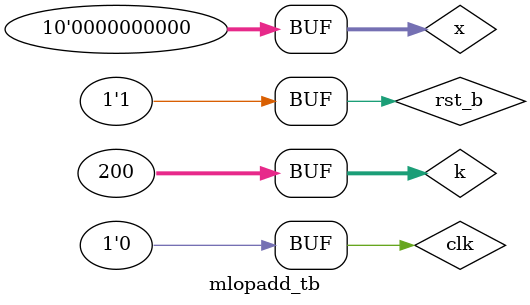
<source format=v>
module mlopadd (
    input rst_b,clk, input [9:0]x, output [15:0] a
);
    wire [9:0] y;
    rgst #(.w(10)) i0(.clk(clk),.rst_b(rst_b),.clr(1'd0),.ld(1'd1),.d(x),.q(y));
    rgst #(.w(16)) i1(.clk(clk),.rst_b(rst_b),.clr(1'd0),.ld(1'd1),.d(y+a),.q(a));
endmodule

module mlopadd_tb;

reg rst_b,clk; 
reg [9:0]x;
wire [15:0]a;
integer k;
mlopadd i0(.clk(clk),.rst_b(rst_b),.x(x),.a(a));
localparam CLK_PERIOD = 100, CLK_CYCLES = 205, RST_PULSE = 25;
initial begin
    clk = 0; repeat(2*CLK_CYCLES) #(CLK_PERIOD/2) clk = 1-clk;
end
initial begin
    rst_b = 0; #(RST_PULSE) rst_b=1;
end
initial begin
    for (k = 1; k < 200 ; k = k + 1 ) begin
        x = 3*k-2; #CLK_PERIOD;
    end
    x = 0;
end

endmodule
</source>
